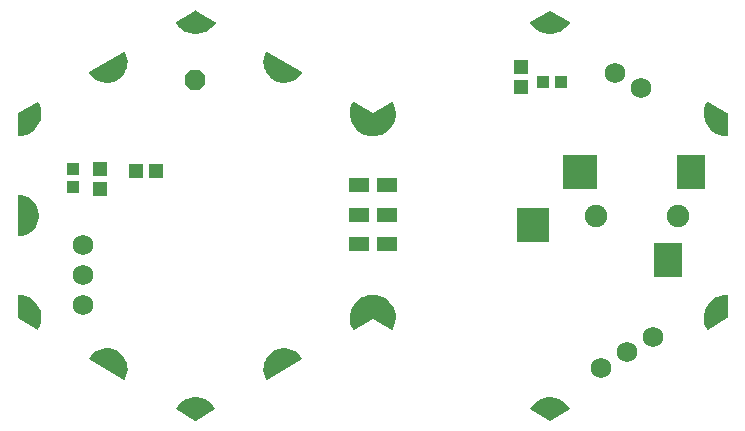
<source format=gbr>
G04 EAGLE Gerber RS-274X export*
G75*
%MOMM*%
%FSLAX34Y34*%
%LPD*%
%INSoldermask Top*%
%IPPOS*%
%AMOC8*
5,1,8,0,0,1.08239X$1,22.5*%
G01*
%ADD10R,1.003200X1.003200*%
%ADD11C,1.203200*%
%ADD12P,1.869504X8X22.500000*%
%ADD13R,1.303200X1.203200*%
%ADD14R,1.203200X1.303200*%
%ADD15C,1.727200*%
%ADD16C,1.903200*%
%ADD17R,2.403200X3.003200*%
%ADD18R,2.803200X3.003200*%
%ADD19R,3.003200X3.003200*%
%ADD20R,1.803200X1.203200*%

G36*
X299252Y270303D02*
X299252Y270303D01*
X299265Y270302D01*
X302315Y270545D01*
X302347Y270554D01*
X302394Y270558D01*
X305366Y271286D01*
X305397Y271301D01*
X305442Y271312D01*
X305506Y271339D01*
X306682Y271838D01*
X307857Y272337D01*
X307858Y272337D01*
X308259Y272508D01*
X308287Y272527D01*
X308330Y272545D01*
X310918Y274177D01*
X310942Y274201D01*
X310982Y274225D01*
X313275Y276252D01*
X313295Y276279D01*
X313331Y276310D01*
X315269Y278678D01*
X315285Y278708D01*
X315314Y278744D01*
X316848Y281392D01*
X316858Y281424D01*
X316882Y281464D01*
X316935Y281604D01*
X317695Y283601D01*
X317885Y284100D01*
X317971Y284324D01*
X317976Y284357D01*
X317993Y284401D01*
X318609Y287398D01*
X318609Y287432D01*
X318618Y287478D01*
X318745Y290535D01*
X318740Y290569D01*
X318742Y290616D01*
X318377Y293654D01*
X318366Y293686D01*
X318361Y293732D01*
X317513Y296672D01*
X317497Y296702D01*
X317485Y296748D01*
X316176Y299514D01*
X316159Y299536D01*
X316149Y299563D01*
X316100Y299615D01*
X316057Y299673D01*
X316032Y299687D01*
X316013Y299708D01*
X315947Y299737D01*
X315885Y299773D01*
X315857Y299776D01*
X315831Y299788D01*
X315759Y299789D01*
X315688Y299798D01*
X315661Y299790D01*
X315632Y299791D01*
X315537Y299755D01*
X315497Y299744D01*
X315488Y299737D01*
X315476Y299733D01*
X299225Y290376D01*
X282974Y299733D01*
X282947Y299742D01*
X282923Y299758D01*
X282853Y299773D01*
X282785Y299796D01*
X282757Y299793D01*
X282729Y299799D01*
X282659Y299786D01*
X282587Y299780D01*
X282562Y299767D01*
X282534Y299761D01*
X282474Y299721D01*
X282411Y299688D01*
X282393Y299666D01*
X282369Y299650D01*
X282311Y299567D01*
X282284Y299535D01*
X282281Y299524D01*
X282274Y299514D01*
X280965Y296748D01*
X280957Y296715D01*
X280937Y296672D01*
X280089Y293732D01*
X280086Y293698D01*
X280073Y293654D01*
X279708Y290616D01*
X279711Y290582D01*
X279705Y290535D01*
X279832Y287478D01*
X279840Y287445D01*
X279841Y287398D01*
X280457Y284401D01*
X280470Y284370D01*
X280480Y284324D01*
X281568Y281464D01*
X281586Y281436D01*
X281603Y281392D01*
X283136Y278744D01*
X283158Y278718D01*
X283181Y278678D01*
X285119Y276310D01*
X285146Y276288D01*
X285175Y276252D01*
X287468Y274225D01*
X287497Y274209D01*
X287532Y274177D01*
X290120Y272545D01*
X290152Y272533D01*
X290191Y272508D01*
X293008Y271312D01*
X293041Y271305D01*
X293084Y271286D01*
X296056Y270558D01*
X296090Y270556D01*
X296135Y270545D01*
X299185Y270302D01*
X299214Y270306D01*
X299242Y270301D01*
X299252Y270303D01*
G37*
G36*
X315792Y106615D02*
X315792Y106615D01*
X315863Y106620D01*
X315888Y106633D01*
X315916Y106639D01*
X315976Y106679D01*
X316039Y106712D01*
X316057Y106734D01*
X316081Y106750D01*
X316139Y106833D01*
X316166Y106865D01*
X316169Y106876D01*
X316176Y106887D01*
X317485Y109653D01*
X317493Y109686D01*
X317513Y109728D01*
X318361Y112668D01*
X318364Y112702D01*
X318377Y112746D01*
X318742Y115784D01*
X318739Y115818D01*
X318745Y115865D01*
X318618Y118922D01*
X318610Y118955D01*
X318609Y119002D01*
X317993Y121999D01*
X317980Y122030D01*
X317971Y122076D01*
X316882Y124936D01*
X316864Y124965D01*
X316848Y125008D01*
X315314Y127656D01*
X315292Y127682D01*
X315269Y127723D01*
X313331Y130090D01*
X313304Y130112D01*
X313275Y130148D01*
X310982Y132175D01*
X310953Y132192D01*
X310918Y132223D01*
X308330Y133855D01*
X308298Y133867D01*
X308259Y133892D01*
X305442Y135088D01*
X305409Y135095D01*
X305366Y135114D01*
X302394Y135842D01*
X302360Y135844D01*
X302315Y135855D01*
X299265Y136098D01*
X299236Y136094D01*
X299208Y136099D01*
X299198Y136097D01*
X299185Y136098D01*
X296135Y135855D01*
X296103Y135846D01*
X296056Y135842D01*
X293084Y135114D01*
X293053Y135099D01*
X293008Y135088D01*
X292843Y135018D01*
X291668Y134519D01*
X290492Y134020D01*
X290191Y133892D01*
X290163Y133873D01*
X290120Y133855D01*
X287532Y132223D01*
X287508Y132199D01*
X287468Y132175D01*
X285175Y130148D01*
X285155Y130121D01*
X285119Y130090D01*
X283181Y127723D01*
X283165Y127692D01*
X283136Y127656D01*
X281603Y125008D01*
X281592Y124976D01*
X281568Y124936D01*
X280480Y122076D01*
X280474Y122043D01*
X280457Y121999D01*
X279841Y119002D01*
X279841Y118968D01*
X279832Y118922D01*
X279705Y115865D01*
X279710Y115831D01*
X279708Y115784D01*
X280073Y112746D01*
X280084Y112714D01*
X280089Y112668D01*
X280937Y109728D01*
X280953Y109698D01*
X280965Y109653D01*
X282274Y106887D01*
X282291Y106864D01*
X282301Y106837D01*
X282350Y106785D01*
X282393Y106727D01*
X282418Y106713D01*
X282437Y106692D01*
X282503Y106663D01*
X282565Y106627D01*
X282593Y106624D01*
X282619Y106612D01*
X282691Y106611D01*
X282762Y106602D01*
X282789Y106610D01*
X282818Y106610D01*
X282913Y106645D01*
X282953Y106656D01*
X282962Y106663D01*
X282974Y106667D01*
X299225Y116024D01*
X315476Y106667D01*
X315503Y106658D01*
X315527Y106642D01*
X315597Y106627D01*
X315665Y106604D01*
X315693Y106607D01*
X315721Y106601D01*
X315792Y106615D01*
G37*
G36*
X-748Y185704D02*
X-748Y185704D01*
X-734Y185702D01*
X2064Y185934D01*
X2098Y185944D01*
X2146Y185948D01*
X4867Y186637D01*
X4899Y186652D01*
X4945Y186664D01*
X7517Y187792D01*
X7545Y187812D01*
X7589Y187831D01*
X9940Y189367D01*
X9964Y189391D01*
X10005Y189417D01*
X12070Y191319D01*
X12083Y191336D01*
X12095Y191345D01*
X12106Y191361D01*
X12126Y191380D01*
X13851Y193595D01*
X13866Y193626D01*
X13896Y193664D01*
X15232Y196134D01*
X15242Y196167D01*
X15265Y196209D01*
X16177Y198865D01*
X16182Y198899D01*
X16197Y198945D01*
X16659Y201714D01*
X16658Y201749D01*
X16666Y201796D01*
X16666Y204604D01*
X16659Y204638D01*
X16659Y204686D01*
X16197Y207455D01*
X16185Y207488D01*
X16177Y207535D01*
X15265Y210191D01*
X15248Y210221D01*
X15232Y210266D01*
X13896Y212736D01*
X13874Y212762D01*
X13851Y212805D01*
X12126Y215020D01*
X12100Y215043D01*
X12070Y215081D01*
X10005Y216983D01*
X9975Y217001D01*
X9940Y217033D01*
X7589Y218569D01*
X7557Y218582D01*
X7517Y218608D01*
X4945Y219736D01*
X4912Y219743D01*
X4867Y219763D01*
X2146Y220452D01*
X2111Y220454D01*
X2064Y220466D01*
X-734Y220698D01*
X-763Y220694D01*
X-792Y220699D01*
X-861Y220683D01*
X-931Y220674D01*
X-957Y220660D01*
X-985Y220653D01*
X-1042Y220611D01*
X-1104Y220576D01*
X-1122Y220552D01*
X-1145Y220535D01*
X-1181Y220474D01*
X-1224Y220417D01*
X-1232Y220389D01*
X-1247Y220364D01*
X-1263Y220266D01*
X-1274Y220225D01*
X-1272Y220214D01*
X-1274Y220200D01*
X-1274Y186200D01*
X-1268Y186171D01*
X-1271Y186142D01*
X-1249Y186075D01*
X-1235Y186005D01*
X-1218Y185981D01*
X-1209Y185953D01*
X-1162Y185900D01*
X-1122Y185841D01*
X-1098Y185826D01*
X-1078Y185804D01*
X-1014Y185772D01*
X-955Y185734D01*
X-926Y185729D01*
X-900Y185717D01*
X-800Y185708D01*
X-758Y185701D01*
X-748Y185704D01*
G37*
G36*
X88991Y64314D02*
X88991Y64314D01*
X89062Y64320D01*
X89088Y64333D01*
X89116Y64339D01*
X89175Y64379D01*
X89238Y64411D01*
X89257Y64434D01*
X89281Y64450D01*
X89338Y64532D01*
X89365Y64565D01*
X89368Y64575D01*
X89376Y64587D01*
X90575Y67122D01*
X90583Y67156D01*
X90604Y67199D01*
X91369Y69897D01*
X91371Y69932D01*
X91385Y69978D01*
X91695Y72766D01*
X91692Y72794D01*
X91694Y72805D01*
X91693Y72810D01*
X91697Y72848D01*
X91545Y75648D01*
X91536Y75682D01*
X91533Y75730D01*
X90922Y78467D01*
X90908Y78499D01*
X90897Y78546D01*
X89844Y81145D01*
X89825Y81174D01*
X89807Y81218D01*
X88340Y83609D01*
X88316Y83634D01*
X88291Y83675D01*
X86450Y85791D01*
X86423Y85812D01*
X86391Y85849D01*
X84228Y87633D01*
X84197Y87649D01*
X84160Y87680D01*
X81732Y89084D01*
X81699Y89095D01*
X81657Y89119D01*
X79032Y90104D01*
X78997Y90110D01*
X78952Y90127D01*
X76200Y90666D01*
X76166Y90666D01*
X76118Y90675D01*
X73315Y90754D01*
X73281Y90749D01*
X73233Y90750D01*
X70454Y90367D01*
X70422Y90355D01*
X70374Y90349D01*
X67697Y89513D01*
X67666Y89496D01*
X67620Y89482D01*
X65117Y88218D01*
X65090Y88196D01*
X65047Y88174D01*
X62786Y86515D01*
X62763Y86489D01*
X62724Y86461D01*
X60767Y84452D01*
X60748Y84423D01*
X60714Y84388D01*
X59115Y82085D01*
X59103Y82058D01*
X59085Y82035D01*
X59064Y81967D01*
X59036Y81902D01*
X59036Y81873D01*
X59028Y81845D01*
X59036Y81774D01*
X59035Y81703D01*
X59046Y81676D01*
X59050Y81647D01*
X59084Y81585D01*
X59112Y81520D01*
X59133Y81499D01*
X59147Y81474D01*
X59223Y81411D01*
X59254Y81381D01*
X59264Y81377D01*
X59275Y81368D01*
X88675Y64368D01*
X88703Y64359D01*
X88727Y64342D01*
X88796Y64327D01*
X88864Y64305D01*
X88893Y64307D01*
X88921Y64301D01*
X88991Y64314D01*
G37*
G36*
X76118Y315725D02*
X76118Y315725D01*
X76152Y315733D01*
X76200Y315734D01*
X78952Y316273D01*
X78984Y316287D01*
X79032Y316296D01*
X81657Y317281D01*
X81687Y317299D01*
X81732Y317316D01*
X84160Y318720D01*
X84186Y318743D01*
X84228Y318767D01*
X86391Y320551D01*
X86413Y320578D01*
X86450Y320609D01*
X88291Y322725D01*
X88308Y322755D01*
X88340Y322791D01*
X89807Y325182D01*
X89818Y325214D01*
X89844Y325255D01*
X90897Y327854D01*
X90904Y327888D01*
X90922Y327933D01*
X91533Y330670D01*
X91534Y330705D01*
X91545Y330752D01*
X91697Y333552D01*
X91692Y333586D01*
X91695Y333634D01*
X91385Y336422D01*
X91374Y336455D01*
X91369Y336503D01*
X90604Y339201D01*
X90588Y339231D01*
X90575Y339278D01*
X89376Y341813D01*
X89359Y341837D01*
X89349Y341864D01*
X89300Y341916D01*
X89257Y341973D01*
X89232Y341987D01*
X89212Y342009D01*
X89147Y342037D01*
X89086Y342073D01*
X89057Y342076D01*
X89030Y342088D01*
X88959Y342089D01*
X88888Y342098D01*
X88860Y342090D01*
X88831Y342090D01*
X88738Y342056D01*
X88697Y342044D01*
X88688Y342037D01*
X88675Y342032D01*
X59275Y325032D01*
X59253Y325013D01*
X59227Y325000D01*
X59179Y324947D01*
X59126Y324900D01*
X59114Y324874D01*
X59094Y324852D01*
X59071Y324785D01*
X59041Y324721D01*
X59039Y324692D01*
X59030Y324664D01*
X59035Y324593D01*
X59032Y324522D01*
X59042Y324495D01*
X59044Y324466D01*
X59086Y324376D01*
X59101Y324336D01*
X59109Y324328D01*
X59115Y324315D01*
X60714Y322012D01*
X60740Y321988D01*
X60767Y321948D01*
X62724Y319939D01*
X62753Y319920D01*
X62786Y319885D01*
X65047Y318226D01*
X65078Y318211D01*
X65117Y318182D01*
X67620Y316918D01*
X67654Y316909D01*
X67697Y316887D01*
X70374Y316051D01*
X70408Y316048D01*
X70454Y316033D01*
X73233Y315650D01*
X73267Y315652D01*
X73315Y315646D01*
X76118Y315725D01*
G37*
G36*
X209590Y64310D02*
X209590Y64310D01*
X209619Y64310D01*
X209712Y64344D01*
X209753Y64356D01*
X209762Y64363D01*
X209775Y64368D01*
X239175Y81368D01*
X239197Y81387D01*
X239223Y81400D01*
X239271Y81453D01*
X239324Y81500D01*
X239336Y81526D01*
X239356Y81548D01*
X239379Y81615D01*
X239409Y81679D01*
X239411Y81708D01*
X239420Y81736D01*
X239415Y81807D01*
X239418Y81878D01*
X239408Y81905D01*
X239406Y81934D01*
X239364Y82024D01*
X239349Y82064D01*
X239341Y82072D01*
X239335Y82085D01*
X237736Y84388D01*
X237711Y84412D01*
X237683Y84452D01*
X235726Y86461D01*
X235697Y86480D01*
X235664Y86515D01*
X233403Y88174D01*
X233372Y88189D01*
X233333Y88218D01*
X230830Y89482D01*
X230796Y89491D01*
X230753Y89513D01*
X228076Y90349D01*
X228042Y90352D01*
X227996Y90367D01*
X225217Y90750D01*
X225183Y90748D01*
X225135Y90754D01*
X222332Y90675D01*
X222298Y90667D01*
X222250Y90666D01*
X219498Y90127D01*
X219466Y90113D01*
X219418Y90104D01*
X216793Y89119D01*
X216763Y89101D01*
X216718Y89084D01*
X214290Y87680D01*
X214264Y87657D01*
X214223Y87633D01*
X212059Y85849D01*
X212037Y85822D01*
X212000Y85791D01*
X210159Y83675D01*
X210142Y83645D01*
X210111Y83609D01*
X208643Y81218D01*
X208632Y81186D01*
X208606Y81145D01*
X207553Y78546D01*
X207546Y78512D01*
X207528Y78467D01*
X206917Y75730D01*
X206916Y75695D01*
X206905Y75648D01*
X206753Y72848D01*
X206758Y72814D01*
X206755Y72766D01*
X207065Y69978D01*
X207076Y69945D01*
X207081Y69897D01*
X207846Y67199D01*
X207862Y67169D01*
X207875Y67122D01*
X209074Y64587D01*
X209091Y64563D01*
X209101Y64536D01*
X209150Y64484D01*
X209193Y64427D01*
X209218Y64413D01*
X209238Y64392D01*
X209303Y64363D01*
X209365Y64327D01*
X209393Y64324D01*
X209420Y64312D01*
X209491Y64311D01*
X209562Y64302D01*
X209590Y64310D01*
G37*
G36*
X225169Y315652D02*
X225169Y315652D01*
X225217Y315650D01*
X227996Y316033D01*
X228028Y316045D01*
X228076Y316051D01*
X230753Y316887D01*
X230784Y316904D01*
X230830Y316918D01*
X233333Y318182D01*
X233360Y318204D01*
X233403Y318226D01*
X235664Y319885D01*
X235687Y319911D01*
X235726Y319939D01*
X237683Y321948D01*
X237702Y321977D01*
X237736Y322012D01*
X239335Y324315D01*
X239347Y324342D01*
X239365Y324365D01*
X239386Y324433D01*
X239414Y324498D01*
X239414Y324527D01*
X239422Y324555D01*
X239414Y324626D01*
X239415Y324697D01*
X239404Y324724D01*
X239400Y324753D01*
X239366Y324815D01*
X239338Y324880D01*
X239317Y324901D01*
X239303Y324926D01*
X239227Y324989D01*
X239196Y325019D01*
X239186Y325023D01*
X239175Y325032D01*
X209775Y342032D01*
X209747Y342041D01*
X209723Y342058D01*
X209654Y342073D01*
X209586Y342095D01*
X209557Y342093D01*
X209529Y342099D01*
X209459Y342086D01*
X209388Y342080D01*
X209362Y342067D01*
X209334Y342061D01*
X209275Y342021D01*
X209212Y341989D01*
X209193Y341966D01*
X209169Y341950D01*
X209112Y341868D01*
X209085Y341835D01*
X209082Y341825D01*
X209074Y341813D01*
X207875Y339278D01*
X207867Y339244D01*
X207846Y339201D01*
X207081Y336503D01*
X207079Y336468D01*
X207065Y336422D01*
X206755Y333634D01*
X206757Y333607D01*
X206757Y333602D01*
X206758Y333597D01*
X206753Y333552D01*
X206905Y330752D01*
X206914Y330718D01*
X206917Y330670D01*
X207528Y327933D01*
X207542Y327901D01*
X207553Y327854D01*
X208606Y325255D01*
X208625Y325226D01*
X208643Y325182D01*
X210111Y322791D01*
X210134Y322766D01*
X210159Y322725D01*
X212000Y320609D01*
X212027Y320588D01*
X212059Y320551D01*
X214223Y318767D01*
X214253Y318751D01*
X214290Y318720D01*
X216718Y317316D01*
X216751Y317305D01*
X216793Y317281D01*
X219418Y316296D01*
X219453Y316290D01*
X219498Y316273D01*
X222250Y315734D01*
X222285Y315734D01*
X222332Y315725D01*
X225135Y315646D01*
X225169Y315652D01*
G37*
G36*
X-767Y270264D02*
X-767Y270264D01*
X-753Y270263D01*
X2303Y270510D01*
X2336Y270519D01*
X2382Y270523D01*
X5359Y271256D01*
X5390Y271271D01*
X5436Y271282D01*
X8257Y272484D01*
X8284Y272503D01*
X8328Y272521D01*
X10919Y274160D01*
X10944Y274183D01*
X10983Y274208D01*
X13278Y276241D01*
X13299Y276268D01*
X13334Y276299D01*
X15273Y278674D01*
X15289Y278704D01*
X15319Y278740D01*
X16852Y281396D01*
X16863Y281428D01*
X16887Y281468D01*
X17974Y284335D01*
X17979Y284369D01*
X17996Y284413D01*
X18609Y287417D01*
X18610Y287451D01*
X18619Y287497D01*
X18743Y290560D01*
X18737Y290594D01*
X18739Y290640D01*
X18370Y293684D01*
X18359Y293717D01*
X18354Y293763D01*
X17501Y296708D01*
X17485Y296738D01*
X17472Y296783D01*
X16158Y299553D01*
X16140Y299577D01*
X16130Y299604D01*
X16081Y299656D01*
X16038Y299713D01*
X16013Y299727D01*
X15993Y299748D01*
X15928Y299777D01*
X15866Y299812D01*
X15838Y299816D01*
X15811Y299828D01*
X15740Y299828D01*
X15669Y299837D01*
X15641Y299829D01*
X15612Y299830D01*
X15519Y299795D01*
X15478Y299783D01*
X15469Y299776D01*
X15457Y299771D01*
X-1021Y290232D01*
X-1078Y290181D01*
X-1140Y290136D01*
X-1152Y290116D01*
X-1170Y290100D01*
X-1203Y290031D01*
X-1242Y289965D01*
X-1246Y289939D01*
X-1255Y289921D01*
X-1257Y289876D01*
X-1270Y289801D01*
X-1293Y270761D01*
X-1287Y270733D01*
X-1289Y270704D01*
X-1267Y270636D01*
X-1253Y270566D01*
X-1237Y270542D01*
X-1228Y270515D01*
X-1181Y270461D01*
X-1141Y270402D01*
X-1117Y270387D01*
X-1098Y270365D01*
X-1033Y270333D01*
X-973Y270295D01*
X-945Y270290D01*
X-919Y270277D01*
X-819Y270269D01*
X-777Y270262D01*
X-767Y270264D01*
G37*
G36*
X15772Y106575D02*
X15772Y106575D01*
X15843Y106580D01*
X15869Y106594D01*
X15897Y106599D01*
X15957Y106639D01*
X16020Y106672D01*
X16038Y106694D01*
X16062Y106710D01*
X16120Y106792D01*
X16147Y106825D01*
X16150Y106835D01*
X16158Y106847D01*
X17472Y109617D01*
X17480Y109650D01*
X17501Y109692D01*
X18354Y112637D01*
X18356Y112671D01*
X18370Y112716D01*
X18739Y115760D01*
X18737Y115793D01*
X18743Y115840D01*
X18619Y118904D01*
X18611Y118936D01*
X18609Y118983D01*
X17996Y121988D01*
X17983Y122019D01*
X17974Y122065D01*
X16887Y124932D01*
X16868Y124960D01*
X16852Y125004D01*
X15319Y127660D01*
X15296Y127685D01*
X15273Y127726D01*
X13334Y130101D01*
X13308Y130122D01*
X13278Y130159D01*
X10983Y132192D01*
X10954Y132209D01*
X10919Y132240D01*
X8328Y133879D01*
X8296Y133891D01*
X8257Y133916D01*
X5436Y135118D01*
X5402Y135125D01*
X5359Y135144D01*
X2382Y135877D01*
X2348Y135879D01*
X2303Y135890D01*
X-753Y136137D01*
X-782Y136134D01*
X-810Y136138D01*
X-880Y136122D01*
X-951Y136113D01*
X-976Y136099D01*
X-1004Y136092D01*
X-1061Y136050D01*
X-1123Y136014D01*
X-1141Y135991D01*
X-1164Y135974D01*
X-1200Y135913D01*
X-1243Y135856D01*
X-1250Y135828D01*
X-1265Y135803D01*
X-1282Y135704D01*
X-1292Y135663D01*
X-1290Y135652D01*
X-1293Y135639D01*
X-1270Y116599D01*
X-1254Y116524D01*
X-1246Y116448D01*
X-1235Y116427D01*
X-1230Y116405D01*
X-1186Y116341D01*
X-1149Y116274D01*
X-1129Y116258D01*
X-1117Y116241D01*
X-1080Y116217D01*
X-1021Y116168D01*
X15457Y106629D01*
X15484Y106619D01*
X15508Y106603D01*
X15577Y106588D01*
X15645Y106565D01*
X15674Y106567D01*
X15702Y106561D01*
X15772Y106575D01*
G37*
G36*
X449241Y29511D02*
X449241Y29511D01*
X449318Y29510D01*
X449342Y29519D01*
X449363Y29520D01*
X449402Y29541D01*
X449474Y29567D01*
X465974Y39067D01*
X465996Y39086D01*
X466022Y39099D01*
X466056Y39137D01*
X466059Y39139D01*
X466062Y39143D01*
X466070Y39152D01*
X466123Y39199D01*
X466136Y39225D01*
X466155Y39247D01*
X466178Y39314D01*
X466209Y39378D01*
X466211Y39407D01*
X466220Y39434D01*
X466215Y39506D01*
X466218Y39577D01*
X466208Y39604D01*
X466206Y39633D01*
X466164Y39723D01*
X466149Y39763D01*
X466142Y39771D01*
X466136Y39784D01*
X464394Y42307D01*
X464370Y42331D01*
X464343Y42369D01*
X462219Y44581D01*
X462191Y44600D01*
X462159Y44634D01*
X459708Y46476D01*
X459677Y46490D01*
X459640Y46519D01*
X456925Y47944D01*
X456892Y47953D01*
X456851Y47975D01*
X453943Y48946D01*
X453916Y48949D01*
X453907Y48951D01*
X453865Y48965D01*
X450838Y49457D01*
X450804Y49456D01*
X450758Y49464D01*
X447692Y49464D01*
X447659Y49457D01*
X447612Y49457D01*
X444585Y48965D01*
X444554Y48953D01*
X444507Y48946D01*
X441599Y47975D01*
X441570Y47958D01*
X441525Y47944D01*
X438810Y46519D01*
X438784Y46497D01*
X438742Y46476D01*
X436291Y44634D01*
X436268Y44609D01*
X436231Y44581D01*
X434107Y42369D01*
X434089Y42341D01*
X434056Y42307D01*
X432314Y39784D01*
X432303Y39757D01*
X432284Y39735D01*
X432264Y39666D01*
X432236Y39601D01*
X432236Y39572D01*
X432228Y39544D01*
X432236Y39473D01*
X432236Y39402D01*
X432247Y39375D01*
X432250Y39346D01*
X432285Y39284D01*
X432313Y39219D01*
X432333Y39198D01*
X432348Y39173D01*
X432411Y39121D01*
X432415Y39116D01*
X432424Y39110D01*
X432425Y39110D01*
X432455Y39080D01*
X432465Y39076D01*
X432476Y39067D01*
X448976Y29567D01*
X449049Y29543D01*
X449119Y29512D01*
X449143Y29512D01*
X449165Y29504D01*
X449241Y29511D01*
G37*
G36*
X149241Y29511D02*
X149241Y29511D01*
X149318Y29510D01*
X149342Y29519D01*
X149363Y29520D01*
X149402Y29541D01*
X149474Y29567D01*
X165974Y39067D01*
X165996Y39086D01*
X166022Y39099D01*
X166056Y39137D01*
X166059Y39139D01*
X166062Y39143D01*
X166070Y39152D01*
X166123Y39199D01*
X166136Y39225D01*
X166155Y39247D01*
X166178Y39314D01*
X166209Y39378D01*
X166211Y39407D01*
X166220Y39434D01*
X166215Y39506D01*
X166218Y39577D01*
X166208Y39604D01*
X166206Y39633D01*
X166164Y39723D01*
X166149Y39763D01*
X166142Y39771D01*
X166136Y39784D01*
X164394Y42307D01*
X164370Y42331D01*
X164343Y42369D01*
X162219Y44581D01*
X162191Y44600D01*
X162159Y44634D01*
X159708Y46476D01*
X159677Y46490D01*
X159640Y46519D01*
X156925Y47944D01*
X156892Y47953D01*
X156851Y47975D01*
X153943Y48946D01*
X153916Y48949D01*
X153907Y48951D01*
X153865Y48965D01*
X150838Y49457D01*
X150804Y49456D01*
X150758Y49464D01*
X147692Y49464D01*
X147659Y49457D01*
X147612Y49457D01*
X144585Y48965D01*
X144554Y48953D01*
X144507Y48946D01*
X141599Y47975D01*
X141570Y47958D01*
X141525Y47944D01*
X138810Y46519D01*
X138784Y46497D01*
X138742Y46476D01*
X136291Y44634D01*
X136268Y44609D01*
X136231Y44581D01*
X134107Y42369D01*
X134089Y42341D01*
X134056Y42307D01*
X132314Y39784D01*
X132303Y39757D01*
X132284Y39735D01*
X132264Y39666D01*
X132236Y39601D01*
X132236Y39572D01*
X132228Y39544D01*
X132236Y39473D01*
X132236Y39402D01*
X132247Y39375D01*
X132250Y39346D01*
X132285Y39284D01*
X132313Y39219D01*
X132333Y39198D01*
X132348Y39173D01*
X132411Y39121D01*
X132415Y39116D01*
X132424Y39110D01*
X132425Y39110D01*
X132455Y39080D01*
X132465Y39076D01*
X132476Y39067D01*
X148976Y29567D01*
X149049Y29543D01*
X149119Y29512D01*
X149143Y29512D01*
X149165Y29504D01*
X149241Y29511D01*
G37*
G36*
X150791Y356943D02*
X150791Y356943D01*
X150838Y356943D01*
X153865Y357435D01*
X153896Y357447D01*
X153943Y357454D01*
X156851Y358425D01*
X156881Y358442D01*
X156925Y358456D01*
X159640Y359881D01*
X159666Y359903D01*
X159708Y359924D01*
X162159Y361766D01*
X162182Y361791D01*
X162219Y361819D01*
X164343Y364031D01*
X164361Y364059D01*
X164394Y364093D01*
X166136Y366616D01*
X166147Y366643D01*
X166166Y366665D01*
X166186Y366734D01*
X166214Y366799D01*
X166214Y366828D01*
X166222Y366856D01*
X166214Y366927D01*
X166215Y366998D01*
X166203Y367025D01*
X166200Y367054D01*
X166165Y367116D01*
X166137Y367181D01*
X166117Y367202D01*
X166102Y367227D01*
X166025Y367290D01*
X165995Y367320D01*
X165985Y367324D01*
X165974Y367333D01*
X149474Y376833D01*
X149401Y376857D01*
X149331Y376888D01*
X149307Y376888D01*
X149285Y376896D01*
X149209Y376890D01*
X149132Y376891D01*
X149108Y376881D01*
X149087Y376880D01*
X149048Y376859D01*
X148976Y376833D01*
X132476Y367333D01*
X132454Y367314D01*
X132428Y367301D01*
X132380Y367248D01*
X132327Y367201D01*
X132314Y367175D01*
X132295Y367154D01*
X132272Y367086D01*
X132241Y367022D01*
X132240Y366993D01*
X132230Y366966D01*
X132235Y366894D01*
X132232Y366823D01*
X132242Y366796D01*
X132244Y366767D01*
X132286Y366677D01*
X132301Y366637D01*
X132308Y366629D01*
X132314Y366616D01*
X134056Y364093D01*
X134080Y364069D01*
X134107Y364031D01*
X136231Y361819D01*
X136259Y361800D01*
X136291Y361766D01*
X138742Y359924D01*
X138773Y359910D01*
X138810Y359881D01*
X141525Y358456D01*
X141558Y358447D01*
X141599Y358425D01*
X144507Y357454D01*
X144541Y357450D01*
X144585Y357435D01*
X147612Y356943D01*
X147646Y356944D01*
X147692Y356936D01*
X150758Y356936D01*
X150791Y356943D01*
G37*
G36*
X450791Y356943D02*
X450791Y356943D01*
X450838Y356943D01*
X453865Y357435D01*
X453896Y357447D01*
X453943Y357454D01*
X456851Y358425D01*
X456881Y358442D01*
X456925Y358456D01*
X459640Y359881D01*
X459666Y359903D01*
X459708Y359924D01*
X462159Y361766D01*
X462182Y361791D01*
X462219Y361819D01*
X464343Y364031D01*
X464361Y364059D01*
X464394Y364093D01*
X466136Y366616D01*
X466147Y366643D01*
X466166Y366665D01*
X466186Y366734D01*
X466214Y366799D01*
X466214Y366828D01*
X466222Y366856D01*
X466214Y366927D01*
X466215Y366998D01*
X466203Y367025D01*
X466200Y367054D01*
X466165Y367116D01*
X466137Y367181D01*
X466117Y367202D01*
X466102Y367227D01*
X466025Y367290D01*
X465995Y367320D01*
X465985Y367324D01*
X465974Y367333D01*
X449474Y376833D01*
X449401Y376857D01*
X449331Y376888D01*
X449307Y376888D01*
X449285Y376896D01*
X449209Y376890D01*
X449132Y376891D01*
X449108Y376881D01*
X449087Y376880D01*
X449048Y376859D01*
X448976Y376833D01*
X432476Y367333D01*
X432454Y367314D01*
X432428Y367301D01*
X432380Y367248D01*
X432327Y367201D01*
X432314Y367175D01*
X432295Y367154D01*
X432272Y367086D01*
X432241Y367022D01*
X432240Y366993D01*
X432230Y366966D01*
X432235Y366894D01*
X432232Y366823D01*
X432242Y366796D01*
X432244Y366767D01*
X432286Y366677D01*
X432301Y366637D01*
X432308Y366629D01*
X432314Y366616D01*
X434056Y364093D01*
X434080Y364069D01*
X434107Y364031D01*
X436231Y361819D01*
X436259Y361800D01*
X436291Y361766D01*
X438742Y359924D01*
X438773Y359910D01*
X438810Y359881D01*
X441525Y358456D01*
X441558Y358447D01*
X441599Y358425D01*
X444507Y357454D01*
X444541Y357450D01*
X444585Y357435D01*
X447612Y356943D01*
X447646Y356944D01*
X447692Y356936D01*
X450758Y356936D01*
X450791Y356943D01*
G37*
G36*
X599311Y270318D02*
X599311Y270318D01*
X599383Y270326D01*
X599407Y270341D01*
X599435Y270347D01*
X599493Y270390D01*
X599555Y270426D01*
X599572Y270448D01*
X599595Y270465D01*
X599632Y270527D01*
X599675Y270584D01*
X599682Y270612D01*
X599697Y270636D01*
X599713Y270736D01*
X599724Y270777D01*
X599722Y270787D01*
X599724Y270800D01*
X599724Y289800D01*
X599709Y289876D01*
X599700Y289954D01*
X599689Y289973D01*
X599685Y289995D01*
X599641Y290059D01*
X599602Y290127D01*
X599583Y290143D01*
X599572Y290159D01*
X599534Y290183D01*
X599474Y290233D01*
X582974Y299733D01*
X582947Y299742D01*
X582923Y299758D01*
X582853Y299773D01*
X582785Y299796D01*
X582757Y299793D01*
X582729Y299799D01*
X582659Y299786D01*
X582587Y299780D01*
X582562Y299767D01*
X582534Y299761D01*
X582474Y299721D01*
X582411Y299688D01*
X582393Y299666D01*
X582369Y299650D01*
X582311Y299567D01*
X582284Y299535D01*
X582281Y299524D01*
X582274Y299514D01*
X580965Y296748D01*
X580957Y296715D01*
X580937Y296672D01*
X580089Y293732D01*
X580086Y293698D01*
X580073Y293654D01*
X579708Y290616D01*
X579711Y290582D01*
X579705Y290535D01*
X579832Y287478D01*
X579840Y287445D01*
X579841Y287398D01*
X580457Y284401D01*
X580470Y284370D01*
X580480Y284324D01*
X581568Y281464D01*
X581586Y281436D01*
X581603Y281392D01*
X583136Y278744D01*
X583158Y278718D01*
X583181Y278678D01*
X585119Y276310D01*
X585146Y276288D01*
X585175Y276252D01*
X587468Y274225D01*
X587497Y274209D01*
X587532Y274177D01*
X590120Y272545D01*
X590152Y272533D01*
X590191Y272508D01*
X593008Y271312D01*
X593041Y271305D01*
X593084Y271286D01*
X596056Y270558D01*
X596090Y270556D01*
X596135Y270545D01*
X599185Y270302D01*
X599214Y270306D01*
X599242Y270301D01*
X599311Y270318D01*
G37*
G36*
X582789Y106610D02*
X582789Y106610D01*
X582818Y106610D01*
X582913Y106645D01*
X582953Y106656D01*
X582962Y106663D01*
X582974Y106667D01*
X599474Y116167D01*
X599533Y116219D01*
X599595Y116265D01*
X599606Y116284D01*
X599623Y116299D01*
X599657Y116369D01*
X599697Y116436D01*
X599701Y116461D01*
X599709Y116478D01*
X599711Y116523D01*
X599724Y116600D01*
X599724Y135600D01*
X599719Y135628D01*
X599721Y135656D01*
X599699Y135724D01*
X599685Y135795D01*
X599669Y135818D01*
X599660Y135845D01*
X599613Y135900D01*
X599572Y135959D01*
X599548Y135974D01*
X599530Y135996D01*
X599465Y136027D01*
X599405Y136066D01*
X599377Y136071D01*
X599351Y136083D01*
X599250Y136092D01*
X599208Y136099D01*
X599198Y136097D01*
X599185Y136098D01*
X596135Y135855D01*
X596103Y135846D01*
X596056Y135842D01*
X593084Y135114D01*
X593053Y135099D01*
X593008Y135088D01*
X592843Y135018D01*
X591668Y134519D01*
X590492Y134020D01*
X590191Y133892D01*
X590163Y133873D01*
X590120Y133855D01*
X587532Y132223D01*
X587508Y132199D01*
X587468Y132175D01*
X585175Y130148D01*
X585155Y130121D01*
X585119Y130090D01*
X583181Y127723D01*
X583165Y127692D01*
X583136Y127656D01*
X581603Y125008D01*
X581592Y124976D01*
X581568Y124936D01*
X580480Y122076D01*
X580474Y122043D01*
X580457Y121999D01*
X579841Y119002D01*
X579841Y118968D01*
X579832Y118922D01*
X579705Y115865D01*
X579710Y115831D01*
X579708Y115784D01*
X580073Y112746D01*
X580084Y112714D01*
X580089Y112668D01*
X580937Y109728D01*
X580953Y109698D01*
X580965Y109653D01*
X582274Y106887D01*
X582291Y106864D01*
X582301Y106837D01*
X582350Y106785D01*
X582393Y106727D01*
X582418Y106713D01*
X582437Y106692D01*
X582503Y106663D01*
X582565Y106627D01*
X582593Y106624D01*
X582619Y106612D01*
X582691Y106611D01*
X582762Y106602D01*
X582789Y106610D01*
G37*
D10*
X45244Y242450D03*
X45244Y227450D03*
D11*
X149225Y368400D03*
X299945Y280720D03*
X299945Y125680D03*
X149225Y38000D03*
X77725Y327100D03*
X220725Y327100D03*
X220725Y79300D03*
X77725Y79300D03*
X449225Y368400D03*
X592325Y285800D03*
X592325Y120600D03*
X449225Y38000D03*
X6158Y285800D03*
X6158Y120600D03*
X6125Y203200D03*
D12*
X148431Y318294D03*
D13*
X68263Y225656D03*
X68263Y242656D03*
D14*
X98656Y241300D03*
X115656Y241300D03*
D15*
X53975Y178594D03*
X53975Y153194D03*
X53975Y127794D03*
D16*
X557975Y202875D03*
X487975Y202875D03*
D17*
X568975Y239875D03*
X548975Y165875D03*
D18*
X434975Y195375D03*
D19*
X474975Y239875D03*
D20*
X287256Y228994D03*
X287256Y203994D03*
X287256Y178994D03*
X311256Y228994D03*
X311256Y203994D03*
X311256Y178994D03*
D15*
X492375Y74574D03*
X514350Y87313D03*
X536325Y100051D03*
D10*
X443350Y316706D03*
X458350Y316706D03*
D13*
X424656Y312175D03*
X424656Y329175D03*
D15*
X504123Y323812D03*
X526164Y311188D03*
M02*

</source>
